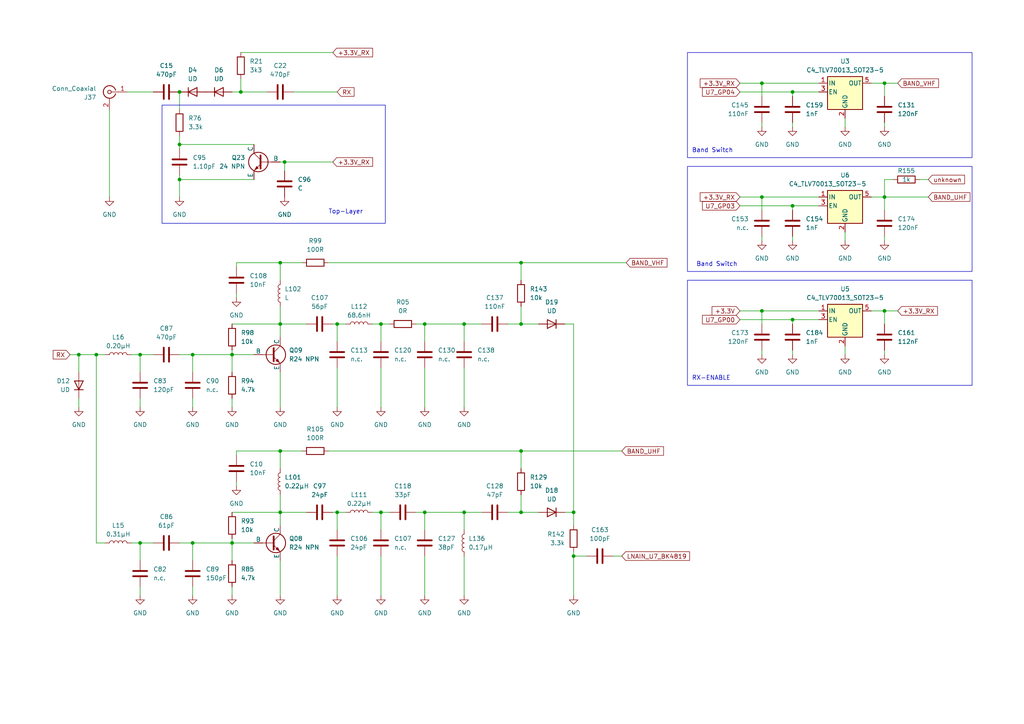
<source format=kicad_sch>
(kicad_sch (version 20230121) (generator eeschema)
  (paper "A4")
  (title_block (title "UV-K5 RX Input (Parts-List-Numbering)") (date "2023-09-15") (rev "ludwich") (comment 2 "https://github.com/ludwich66/Quansheng_UV-K5_Wiki/wiki/Parts---Teile") (comment 3 "Partnumber List"))
  (lib_symbols
    (symbol "Connector:Conn_Coaxial" (pin_names (offset 1.016) hide)
      (property "Reference" "J" (at 0.254 3.048 0))
      (property "Value" "Conn_Coaxial" (at 2.921 0 90))
      (symbol "Conn_Coaxial_0_1"
        (arc (start -1.778 -0.508) (mid 0.2311 -1.8066) (end 1.778 0) (stroke (width 0.254)))
        (polyline (pts (xy -2.54 0) (xy -0.508 0)))
        (polyline (pts (xy 0 -2.54) (xy 0 -1.778)))
        (circle (center 0 0) (radius 0.508) (stroke (width 0.2032)))
        (arc (start 1.778 0) (mid 0.2099 1.8101) (end -1.778 0.508) (stroke (width 0.254)))
      )
      (symbol "Conn_Coaxial_1_1"
        (pin passive line (at -5.08 0 0) (length 2.54) (name "In") (number "1"))
        (pin passive line (at 0 -5.08 90) (length 2.54) (name "Ext") (number "2"))
      )
    )
    (symbol "Device:C" (pin_numbers hide) (pin_names (offset 0.254))
      (property "Reference" "C" (at 0.635 2.54 0))
      (property "Value" "C" (at 0.635 -2.54 0))
      (symbol "C_0_1"
        (polyline (pts (xy -2.032 -0.762) (xy 2.032 -0.762)) (stroke (width 0.508)))
        (polyline (pts (xy -2.032 0.762) (xy 2.032 0.762)) (stroke (width 0.508)))
      )
      (symbol "C_1_1"
        (pin passive line (at 0 3.81 270) (length 2.794) (name "~") (number "1"))
        (pin passive line (at 0 -3.81 90) (length 2.794) (name "~") (number "2"))
      )
    )
    (symbol "Device:D" (pin_numbers hide) (pin_names (offset 1.016) hide)
      (property "Reference" "D" (at 0 2.54 0))
      (property "Value" "D" (at 0 -2.54 0))
      (symbol "D_0_1"
        (polyline (pts (xy -1.27 1.27) (xy -1.27 -1.27)) (stroke (width 0.254)))
        (polyline (pts (xy 1.27 0) (xy -1.27 0)))
        (polyline (pts (xy 1.27 1.27) (xy 1.27 -1.27) (xy -1.27 0) (xy 1.27 1.27)) (stroke (width 0.254)))
      )
      (symbol "D_1_1"
        (pin passive line (at -3.81 0 0) (length 2.54) (name "K") (number "1"))
        (pin passive line (at 3.81 0 180) (length 2.54) (name "A") (number "2"))
      )
    )
    (symbol "Device:L" (pin_numbers hide) (pin_names (offset 1.016) hide)
      (property "Reference" "L" (at -1.27 0 90))
      (property "Value" "L" (at 1.905 0 90))
      (symbol "L_0_1"
        (arc (start 0 -2.54) (mid 0.6323 -1.905) (end 0 -1.27))
        (arc (start 0 -1.27) (mid 0.6323 -0.635) (end 0 0))
        (arc (start 0 0) (mid 0.6323 0.635) (end 0 1.27))
        (arc (start 0 1.27) (mid 0.6323 1.905) (end 0 2.54))
      )
      (symbol "L_1_1"
        (pin passive line (at 0 3.81 270) (length 1.27) (name "1") (number "1"))
        (pin passive line (at 0 -3.81 90) (length 1.27) (name "2") (number "2"))
      )
    )
    (symbol "Device:R" (pin_numbers hide) (pin_names (offset 0))
      (property "Reference" "R" (at 2.032 0 90))
      (property "Value" "R" (at 0 0 90))
      (symbol "R_0_1"
        (rectangle (start -1.016 -2.54) (end 1.016 2.54) (stroke (width 0.254)))
      )
      (symbol "R_1_1"
        (pin passive line (at 0 3.81 270) (length 1.27) (name "~") (number "1"))
        (pin passive line (at 0 -3.81 90) (length 1.27) (name "~") (number "2"))
      )
    )
    (symbol "Regulator_Linear:TLV70013_SOT23-5" (pin_names (offset 0.254))
      (property "Reference" "U" (at -3.81 5.715 0))
      (property "Value" "TLV70013_SOT23-5" (at 0 5.715 0))
      (symbol "TLV70013_SOT23-5_0_1"
        (rectangle (start -5.08 4.445) (end 5.08 -5.08) (stroke (width 0.254)) (fill (type background)))
      )
      (symbol "TLV70013_SOT23-5_1_1"
        (pin power_in line (at -7.62 2.54 0) (length 2.54) (name "IN") (number "1"))
        (pin power_in line (at 0 -7.62 90) (length 2.54) (name "GND") (number "2"))
        (pin input line (at -7.62 0 0) (length 2.54) (name "EN") (number "3"))
        (pin no_connect line (at 5.08 0 180) (length 2.54) hide (name "NC") (number "4"))
        (pin power_out line (at 7.62 2.54 180) (length 2.54) (name "OUT") (number "5"))
      )
    )
    (symbol "Simulation_SPICE:NPN" (pin_numbers hide) (pin_names (offset 0))
      (property "Reference" "Q" (at -2.54 7.62 0))
      (property "Value" "NPN" (at -2.54 5.08 0))
      (symbol "NPN_0_1"
        (polyline (pts (xy -2.54 0) (xy 0.635 0)) (stroke (width 0.1524)))
        (polyline (pts (xy 0.635 0.635) (xy 2.54 2.54)))
        (polyline (pts (xy 2.794 -1.27) (xy 2.794 -1.27)) (stroke (width 0.1524)))
        (polyline (pts (xy 2.794 -1.27) (xy 2.794 -1.27)) (stroke (width 0.1524)))
        (polyline (pts (xy 0.635 -0.635) (xy 2.54 -2.54) (xy 2.54 -2.54)))
        (polyline (pts (xy 0.635 1.905) (xy 0.635 -1.905) (xy 0.635 -1.905)) (stroke (width 0.508)))
        (polyline (pts (xy 1.27 -1.778) (xy 1.778 -1.27) (xy 2.286 -2.286) (xy 1.27 -1.778) (xy 1.27 -1.778)) (fill (type outline)))
        (circle (center 1.27 0) (radius 2.8194) (stroke (width 0.254)))
      )
      (symbol "NPN_1_1"
        (pin open_collector line (at 2.54 5.08 270) (length 2.54) (name "C") (number "1"))
        (pin input line (at -5.08 0 0) (length 2.54) (name "B") (number "2"))
        (pin open_emitter line (at 2.54 -5.08 90) (length 2.54) (name "E") (number "3"))
      )
    )
    (symbol "power:GND" (power) (pin_names (offset 0))
      (property "Value" "GND" (at 0 -3.81 0))
      (symbol "GND_0_1"
        (polyline (pts (xy 0 0) (xy 0 -1.27) (xy 1.27 -1.27) (xy 0 -2.54) (xy -1.27 -1.27) (xy 0 -1.27)))
      )
      (symbol "GND_1_1"
        (pin power_in line (at 0 0 270) (length 0) hide (name "GND") (number "1"))
      )
    )
  )
  (junction (at 67.31 102.87))
  (junction (at 97.79 93.98))
  (junction (at 82.55 46.99))
  (junction (at 220.98 57.15))
  (junction (at 166.37 161.29))
  (junction (at 166.37 148.59))
  (junction (at 151.13 76.2))
  (junction (at 81.28 93.98))
  (junction (at 40.64 157.48))
  (junction (at 229.87 59.69))
  (junction (at 256.54 90.17))
  (junction (at 220.98 90.17))
  (junction (at 134.62 93.98))
  (junction (at 151.13 93.98))
  (junction (at 81.28 76.2))
  (junction (at 22.86 102.87))
  (junction (at 52.07 26.67))
  (junction (at 123.19 93.98))
  (junction (at 67.31 157.48))
  (junction (at 229.87 92.71))
  (junction (at 151.13 148.59))
  (junction (at 52.07 52.07))
  (junction (at 220.98 24.13))
  (junction (at 81.28 148.59))
  (junction (at 97.79 148.59))
  (junction (at 55.88 157.48))
  (junction (at 256.54 24.13))
  (junction (at 69.85 26.67))
  (junction (at 151.13 130.81))
  (junction (at 110.49 148.59))
  (junction (at 27.94 102.87))
  (junction (at 40.64 102.87))
  (junction (at 52.07 41.91))
  (junction (at 256.54 57.15))
  (junction (at 55.88 102.87))
  (junction (at 110.49 93.98))
  (junction (at 134.62 148.59))
  (junction (at 81.28 130.81))
  (junction (at 229.87 26.67))
  (junction (at 123.19 148.59))
  (wire (pts (xy 163.83 93.98) (xy 166.37 93.98)))
  (wire (pts (xy 252.73 24.13) (xy 256.54 24.13)))
  (wire (pts (xy 81.28 130.81) (xy 81.28 135.89)))
  (wire (pts (xy 22.86 115.57) (xy 22.86 118.11)))
  (wire (pts (xy 67.31 157.48) (xy 67.31 156.21)))
  (wire (pts (xy 220.98 24.13) (xy 237.49 24.13)))
  (wire (pts (xy 229.87 68.58) (xy 229.87 69.85)))
  (wire (pts (xy 245.11 34.29) (xy 245.11 36.83)))
  (wire (pts (xy 151.13 130.81) (xy 180.34 130.81)))
  (wire (pts (xy 36.83 26.67) (xy 44.45 26.67)))
  (wire (pts (xy 95.25 76.2) (xy 151.13 76.2)))
  (wire (pts (xy 229.87 92.71) (xy 237.49 92.71)))
  (wire (pts (xy 69.85 15.24) (xy 96.52 15.24)))
  (wire (pts (xy 96.52 93.98) (xy 97.79 93.98)))
  (wire (pts (xy 81.28 93.98) (xy 81.28 97.79)))
  (wire (pts (xy 81.28 88.9) (xy 81.28 93.98)))
  (wire (pts (xy 96.52 148.59) (xy 97.79 148.59)))
  (wire (pts (xy 52.07 41.91) (xy 52.07 43.18)))
  (wire (pts (xy 220.98 90.17) (xy 237.49 90.17)))
  (wire (pts (xy 151.13 88.9) (xy 151.13 93.98)))
  (wire (pts (xy 256.54 68.58) (xy 256.54 69.85)))
  (wire (pts (xy 67.31 102.87) (xy 67.31 101.6)))
  (wire (pts (xy 220.98 93.98) (xy 220.98 90.17)))
  (wire (pts (xy 163.83 148.59) (xy 166.37 148.59)))
  (wire (pts (xy 166.37 148.59) (xy 166.37 152.4)))
  (wire (pts (xy 22.86 102.87) (xy 22.86 107.95)))
  (wire (pts (xy 256.54 90.17) (xy 256.54 93.98)))
  (wire (pts (xy 107.95 148.59) (xy 110.49 148.59)))
  (wire (pts (xy 220.98 57.15) (xy 237.49 57.15)))
  (wire (pts (xy 81.28 143.51) (xy 81.28 148.59)))
  (wire (pts (xy 81.28 148.59) (xy 88.9 148.59)))
  (wire (pts (xy 97.79 93.98) (xy 100.33 93.98)))
  (wire (pts (xy 95.25 130.81) (xy 151.13 130.81)))
  (wire (pts (xy 52.07 50.8) (xy 52.07 52.07)))
  (wire (pts (xy 229.87 92.71) (xy 229.87 93.98)))
  (wire (pts (xy 55.88 157.48) (xy 67.31 157.48)))
  (wire (pts (xy 110.49 161.29) (xy 110.49 172.72)))
  (wire (pts (xy 107.95 93.98) (xy 110.49 93.98)))
  (wire (pts (xy 82.55 46.99) (xy 82.55 49.53)))
  (wire (pts (xy 256.54 57.15) (xy 256.54 60.96)))
  (wire (pts (xy 67.31 102.87) (xy 73.66 102.87)))
  (wire (pts (xy 40.64 102.87) (xy 40.64 107.95)))
  (wire (pts (xy 123.19 148.59) (xy 134.62 148.59)))
  (wire (pts (xy 229.87 26.67) (xy 229.87 27.94)))
  (wire (pts (xy 214.63 90.17) (xy 220.98 90.17)))
  (wire (pts (xy 68.58 139.7) (xy 68.58 140.97)))
  (wire (pts (xy 256.54 24.13) (xy 256.54 27.94)))
  (wire (pts (xy 40.64 157.48) (xy 40.64 162.56)))
  (wire (pts (xy 123.19 93.98) (xy 134.62 93.98)))
  (wire (pts (xy 22.86 102.87) (xy 27.94 102.87)))
  (wire (pts (xy 40.64 170.18) (xy 40.64 172.72)))
  (wire (pts (xy 40.64 157.48) (xy 44.45 157.48)))
  (wire (pts (xy 134.62 148.59) (xy 134.62 153.67)))
  (wire (pts (xy 220.98 68.58) (xy 220.98 69.85)))
  (wire (pts (xy 123.19 106.68) (xy 123.19 118.11)))
  (wire (pts (xy 214.63 26.67) (xy 229.87 26.67)))
  (wire (pts (xy 110.49 106.68) (xy 110.49 118.11)))
  (wire (pts (xy 123.19 148.59) (xy 123.19 153.67)))
  (wire (pts (xy 67.31 170.18) (xy 67.31 172.72)))
  (wire (pts (xy 69.85 26.67) (xy 77.47 26.67)))
  (wire (pts (xy 120.65 93.98) (xy 123.19 93.98)))
  (wire (pts (xy 151.13 143.51) (xy 151.13 148.59)))
  (wire (pts (xy 151.13 148.59) (xy 156.21 148.59)))
  (wire (pts (xy 55.88 115.57) (xy 55.88 118.11)))
  (wire (pts (xy 110.49 93.98) (xy 113.03 93.98)))
  (wire (pts (xy 55.88 170.18) (xy 55.88 172.72)))
  (wire (pts (xy 110.49 93.98) (xy 110.49 99.06)))
  (wire (pts (xy 55.88 102.87) (xy 67.31 102.87)))
  (wire (pts (xy 229.87 35.56) (xy 229.87 36.83)))
  (wire (pts (xy 69.85 22.86) (xy 69.85 26.67)))
  (wire (pts (xy 40.64 102.87) (xy 44.45 102.87)))
  (wire (pts (xy 81.28 76.2) (xy 81.28 81.28)))
  (wire (pts (xy 40.64 115.57) (xy 40.64 118.11)))
  (wire (pts (xy 220.98 35.56) (xy 220.98 36.83)))
  (wire (pts (xy 166.37 148.59) (xy 166.37 93.98)))
  (wire (pts (xy 97.79 148.59) (xy 100.33 148.59)))
  (wire (pts (xy 252.73 90.17) (xy 256.54 90.17)))
  (wire (pts (xy 81.28 162.56) (xy 81.28 172.72)))
  (wire (pts (xy 97.79 93.98) (xy 97.79 99.06)))
  (wire (pts (xy 256.54 52.07) (xy 256.54 57.15)))
  (wire (pts (xy 220.98 101.6) (xy 220.98 102.87)))
  (wire (pts (xy 97.79 106.68) (xy 97.79 118.11)))
  (wire (pts (xy 256.54 35.56) (xy 256.54 36.83)))
  (wire (pts (xy 85.09 26.67) (xy 97.79 26.67)))
  (wire (pts (xy 52.07 102.87) (xy 55.88 102.87)))
  (wire (pts (xy 147.32 148.59) (xy 151.13 148.59)))
  (wire (pts (xy 151.13 76.2) (xy 181.61 76.2)))
  (wire (pts (xy 68.58 85.09) (xy 68.58 86.36)))
  (wire (pts (xy 97.79 161.29) (xy 97.79 172.72)))
  (wire (pts (xy 110.49 148.59) (xy 110.49 153.67)))
  (wire (pts (xy 67.31 148.59) (xy 81.28 148.59)))
  (wire (pts (xy 134.62 93.98) (xy 139.7 93.98)))
  (wire (pts (xy 214.63 92.71) (xy 229.87 92.71)))
  (wire (pts (xy 151.13 76.2) (xy 151.13 81.28)))
  (wire (pts (xy 134.62 161.29) (xy 134.62 172.72)))
  (wire (pts (xy 214.63 57.15) (xy 220.98 57.15)))
  (wire (pts (xy 134.62 148.59) (xy 139.7 148.59)))
  (wire (pts (xy 256.54 90.17) (xy 260.35 90.17)))
  (wire (pts (xy 67.31 26.67) (xy 69.85 26.67)))
  (wire (pts (xy 52.07 52.07) (xy 73.66 52.07)))
  (wire (pts (xy 110.49 148.59) (xy 113.03 148.59)))
  (wire (pts (xy 81.28 107.95) (xy 81.28 118.11)))
  (wire (pts (xy 220.98 27.94) (xy 220.98 24.13)))
  (wire (pts (xy 245.11 67.31) (xy 245.11 69.85)))
  (wire (pts (xy 256.54 57.15) (xy 269.24 57.15)))
  (wire (pts (xy 266.7 52.07) (xy 269.24 52.07)))
  (wire (pts (xy 134.62 106.68) (xy 134.62 118.11)))
  (wire (pts (xy 68.58 130.81) (xy 68.58 132.08)))
  (wire (pts (xy 229.87 59.69) (xy 229.87 60.96)))
  (wire (pts (xy 52.07 39.37) (xy 52.07 41.91)))
  (wire (pts (xy 67.31 93.98) (xy 81.28 93.98)))
  (wire (pts (xy 252.73 57.15) (xy 256.54 57.15)))
  (wire (pts (xy 81.28 148.59) (xy 81.28 152.4)))
  (wire (pts (xy 81.28 130.81) (xy 68.58 130.81)))
  (wire (pts (xy 220.98 60.96) (xy 220.98 57.15)))
  (wire (pts (xy 55.88 157.48) (xy 55.88 162.56)))
  (wire (pts (xy 214.63 24.13) (xy 220.98 24.13)))
  (wire (pts (xy 52.07 26.67) (xy 52.07 31.75)))
  (wire (pts (xy 166.37 161.29) (xy 170.18 161.29)))
  (wire (pts (xy 67.31 102.87) (xy 67.31 107.95)))
  (wire (pts (xy 67.31 157.48) (xy 67.31 162.56)))
  (wire (pts (xy 123.19 161.29) (xy 123.19 172.72)))
  (wire (pts (xy 52.07 41.91) (xy 73.66 41.91)))
  (wire (pts (xy 81.28 46.99) (xy 82.55 46.99)))
  (wire (pts (xy 256.54 101.6) (xy 256.54 102.87)))
  (wire (pts (xy 166.37 160.02) (xy 166.37 161.29)))
  (wire (pts (xy 67.31 115.57) (xy 67.31 118.11)))
  (wire (pts (xy 81.28 93.98) (xy 88.9 93.98)))
  (wire (pts (xy 97.79 148.59) (xy 97.79 153.67)))
  (wire (pts (xy 40.64 157.48) (xy 38.1 157.48)))
  (wire (pts (xy 55.88 102.87) (xy 55.88 107.95)))
  (wire (pts (xy 229.87 59.69) (xy 237.49 59.69)))
  (wire (pts (xy 120.65 148.59) (xy 123.19 148.59)))
  (wire (pts (xy 147.32 93.98) (xy 151.13 93.98)))
  (wire (pts (xy 27.94 102.87) (xy 27.94 157.48)))
  (wire (pts (xy 52.07 52.07) (xy 52.07 57.15)))
  (wire (pts (xy 27.94 157.48) (xy 30.48 157.48)))
  (wire (pts (xy 40.64 102.87) (xy 38.1 102.87)))
  (wire (pts (xy 256.54 24.13) (xy 260.35 24.13)))
  (wire (pts (xy 87.63 130.81) (xy 81.28 130.81)))
  (wire (pts (xy 67.31 157.48) (xy 73.66 157.48)))
  (wire (pts (xy 214.63 59.69) (xy 229.87 59.69)))
  (wire (pts (xy 81.28 76.2) (xy 68.58 76.2)))
  (wire (pts (xy 229.87 101.6) (xy 229.87 102.87)))
  (wire (pts (xy 20.32 102.87) (xy 22.86 102.87)))
  (wire (pts (xy 177.8 161.29) (xy 180.34 161.29)))
  (wire (pts (xy 151.13 130.81) (xy 151.13 135.89)))
  (wire (pts (xy 87.63 76.2) (xy 81.28 76.2)))
  (wire (pts (xy 259.08 52.07) (xy 256.54 52.07)))
  (wire (pts (xy 52.07 157.48) (xy 55.88 157.48)))
  (wire (pts (xy 166.37 161.29) (xy 166.37 172.72)))
  (wire (pts (xy 123.19 93.98) (xy 123.19 99.06)))
  (wire (pts (xy 31.75 31.75) (xy 31.75 57.15)))
  (wire (pts (xy 229.87 26.67) (xy 237.49 26.67)))
  (wire (pts (xy 27.94 102.87) (xy 30.48 102.87)))
  (wire (pts (xy 68.58 76.2) (xy 68.58 77.47)))
  (wire (pts (xy 82.55 46.99) (xy 96.52 46.99)))
  (wire (pts (xy 134.62 93.98) (xy 134.62 99.06)))
  (wire (pts (xy 245.11 100.33) (xy 245.11 102.87)))
  (wire (pts (xy 151.13 93.98) (xy 156.21 93.98)))
  (rectangle (start 199.39 48.26) (end 281.94 78.74))
  (rectangle (start 199.39 15.24) (end 281.94 45.72))
  (rectangle (start 199.39 81.28) (end 281.94 111.76))
  (rectangle (start 46.99 30.48) (end 111.76 64.77))
  (text "Band Switch" (at 200.66 44.45 0) (effects (font (size 1.27 1.27)) (justify left bottom)))
  (text "Band Switch" (at 201.93 77.47 0) (effects (font (size 1.27 1.27)) (justify left bottom)))
  (text "Top-Layer" (at 95.25 62.23 0) (effects (font (size 1.27 1.27)) (justify left bottom)))
  (text "RX-ENABLE" (at 200.66 110.49 0) (effects (font (size 1.27 1.27)) (justify left bottom)))
  (global_label "LNAIN_U7_BK4819" (shape input) (at 180.34 161.29 0) (property "Intersheetrefs" "${INTERSHEET_REFS}" (at 200.5609 161.29 0) (effects (justify left))))
  (global_label "+3.3V_RX" (shape input) (at 214.63 57.15 180) (property "Intersheetrefs" "${INTERSHEET_REFS}" (at 202.5129 57.15 0) (effects (justify right))))
  (global_label "+3.3V_RX" (shape input) (at 96.52 46.99 0) (property "Intersheetrefs" "${INTERSHEET_REFS}" (at 108.6371 46.99 0) (effects (justify left))))
  (global_label "+3.3V_RX" (shape input) (at 260.35 90.17 0) (property "Intersheetrefs" "${INTERSHEET_REFS}" (at 272.4671 90.17 0) (effects (justify left))))
  (global_label "+3.3V_RX" (shape input) (at 214.63 24.13 180) (property "Intersheetrefs" "${INTERSHEET_REFS}" (at 202.5129 24.13 0) (effects (justify right))))
  (global_label "BAND_UHF" (shape input) (at 269.24 57.15 0) (property "Intersheetrefs" "${INTERSHEET_REFS}" (at 281.9015 57.15 0) (effects (justify left))))
  (global_label "BAND_VHF" (shape input) (at 260.35 24.13 0) (property "Intersheetrefs" "${INTERSHEET_REFS}" (at 272.7696 24.13 0) (effects (justify left))))
  (global_label "RX" (shape input) (at 97.79 26.67 0) (property "Intersheetrefs" "${INTERSHEET_REFS}" (at 103.2547 26.67 0) (effects (justify left))))
  (global_label "U7_GP03" (shape input) (at 214.63 59.69 180) (property "Intersheetrefs" "${INTERSHEET_REFS}" (at 203.1782 59.69 0) (effects (justify right))))
  (global_label "U7_GP00" (shape input) (at 214.63 92.71 180) (property "Intersheetrefs" "${INTERSHEET_REFS}" (at 203.1782 92.71 0) (effects (justify right))))
  (global_label "+3.3V" (shape input) (at 214.63 90.17 180) (property "Intersheetrefs" "${INTERSHEET_REFS}" (at 205.96 90.17 0) (effects (justify right))))
  (global_label "unknown" (shape input) (at 269.24 52.07 0) (property "Intersheetrefs" "${INTERSHEET_REFS}" (at 280.3288 52.07 0) (effects (justify left))))
  (global_label "+3.3V_RX" (shape input) (at 96.52 15.24 0) (property "Intersheetrefs" "${INTERSHEET_REFS}" (at 108.6371 15.24 0) (effects (justify left))))
  (global_label "BAND_VHF" (shape input) (at 181.61 76.2 0) (property "Intersheetrefs" "${INTERSHEET_REFS}" (at 194.0296 76.2 0) (effects (justify left))))
  (global_label "RX" (shape input) (at 20.32 102.87 180) (property "Intersheetrefs" "${INTERSHEET_REFS}" (at 14.8553 102.87 0) (effects (justify right))))
  (global_label "U7_GP04" (shape input) (at 214.63 26.67 180) (property "Intersheetrefs" "${INTERSHEET_REFS}" (at 203.1782 26.67 0) (effects (justify right))))
  (global_label "BAND_UHF" (shape input) (at 180.34 130.81 0) (property "Intersheetrefs" "${INTERSHEET_REFS}" (at 193.0015 130.81 0) (effects (justify left))))
  (symbol (lib_id "Device:C") (at 55.88 166.37 0) (unit 1)
    (property "Reference" "C89" (at 59.69 165.1 0) (effects (justify left)))
    (property "Value" "150pF" (at 59.69 167.64 0) (effects (justify left)))
  )
  (symbol (lib_id "Device:C") (at 48.26 26.67 90) (unit 1)
    (property "Reference" "C15" (at 48.26 19.05 90))
    (property "Value" "470pF" (at 48.26 21.59 90))
  )
  (symbol (lib_id "power:GND") (at 97.79 118.11 0) (unit 1)
    (property "Reference" "#PWR0130" (effects hide))
    (property "Value" "GND" (at 97.79 123.19 0))
  )
  (symbol (lib_id "Device:D") (at 63.5 26.67 0) (unit 1)
    (property "Reference" "D6" (at 63.5 20.32 0))
    (property "Value" "UD" (at 63.5 22.86 0))
    (property "Sim.Device" "D" (effects hide))
    (property "Sim.Pins" "1=K 2=A" (effects hide))
  )
  (symbol (lib_id "Device:C") (at 52.07 46.99 0) (unit 1)
    (property "Reference" "C95" (at 55.88 45.72 0) (effects (justify left)))
    (property "Value" "1.10pF" (at 55.88 48.26 0) (effects (justify left)))
  )
  (symbol (lib_id "Device:C") (at 256.54 97.79 180) (unit 1)
    (property "Reference" "C161" (at 260.35 96.52 0) (effects (justify right)))
    (property "Value" "112nF" (at 260.35 99.06 0) (effects (justify right)))
  )
  (symbol (lib_id "Device:R") (at 262.89 52.07 90) (unit 1)
    (property "Reference" "R155" (at 262.89 49.53 90))
    (property "Value" "1k" (at 262.89 52.07 90))
  )
  (symbol (lib_id "power:GND") (at 256.54 102.87 0) (unit 1)
    (property "Reference" "#PWR0123" (effects hide))
    (property "Value" "GND" (at 256.54 107.95 0))
  )
  (symbol (lib_id "power:GND") (at 52.07 57.15 0) (unit 1)
    (property "Reference" "#PWR0109" (effects hide))
    (property "Value" "GND" (at 52.07 62.23 0))
  )
  (symbol (lib_id "Device:R") (at 52.07 35.56 0) (unit 1)
    (property "Reference" "R76" (at 54.61 34.29 0) (effects (justify left)))
    (property "Value" "3.3k" (at 54.61 36.83 0) (effects (justify left)))
  )
  (symbol (lib_id "power:GND") (at 256.54 69.85 0) (unit 1)
    (property "Reference" "#PWR0119" (effects hide))
    (property "Value" "GND" (at 256.54 74.93 0))
  )
  (symbol (lib_id "Device:C") (at 220.98 64.77 0) (mirror x) (unit 1)
    (property "Reference" "C153" (at 217.17 63.5 0) (effects (justify right)))
    (property "Value" "n.c." (at 217.17 66.04 0) (effects (justify right)))
  )
  (symbol (lib_id "Device:R") (at 67.31 111.76 0) (unit 1)
    (property "Reference" "R94" (at 69.85 110.49 0) (effects (justify left)))
    (property "Value" "4.7k" (at 69.85 113.03 0) (effects (justify left)))
  )
  (symbol (lib_id "Device:L") (at 104.14 93.98 90) (unit 1)
    (property "Reference" "L112" (at 104.14 88.9 90))
    (property "Value" "68.6nH" (at 104.14 91.44 90))
  )
  (symbol (lib_id "Device:L") (at 134.62 157.48 180) (unit 1)
    (property "Reference" "L136" (at 135.89 156.21 0) (effects (justify right)))
    (property "Value" "0.17µH" (at 135.89 158.75 0) (effects (justify right)))
  )
  (symbol (lib_id "power:GND") (at 229.87 102.87 0) (unit 1)
    (property "Reference" "#PWR0121" (effects hide))
    (property "Value" "GND" (at 229.87 107.95 0))
  )
  (symbol (lib_id "Device:C") (at 97.79 157.48 0) (unit 1)
    (property "Reference" "C106" (at 101.6 156.21 0) (effects (justify left)))
    (property "Value" "24pF" (at 101.6 158.75 0) (effects (justify left)))
  )
  (symbol (lib_id "Regulator_Linear:TLV70013_SOT23-5") (at 245.11 59.69 0) (unit 1)
    (property "Reference" "U6" (at 245.11 50.8 0))
    (property "Value" "C4_TLV70013_SOT23-5" (at 240.03 53.34 0))
    (property "Footprint" "Package_TO_SOT_SMD:SOT-23-5" (effects hide))
    (property "Datasheet" "http://www.ti.com/lit/ds/symlink/tlv700.pdf" (effects hide))
  )
  (symbol (lib_id "Device:C") (at 143.51 93.98 90) (unit 1)
    (property "Reference" "C137" (at 143.51 86.36 90))
    (property "Value" "110nF" (at 143.51 88.9 90))
  )
  (symbol (lib_id "power:GND") (at 134.62 118.11 0) (unit 1)
    (property "Reference" "#PWR0133" (effects hide))
    (property "Value" "GND" (at 134.62 123.19 0))
  )
  (symbol (lib_id "Regulator_Linear:TLV70013_SOT23-5") (at 245.11 26.67 0) (unit 1)
    (property "Reference" "U3" (at 245.11 17.78 0))
    (property "Value" "C4_TLV70013_SOT23-5" (at 245.11 20.32 0))
    (property "Footprint" "Package_TO_SOT_SMD:SOT-23-5" (effects hide))
    (property "Datasheet" "http://www.ti.com/lit/ds/symlink/tlv700.pdf" (effects hide))
  )
  (symbol (lib_id "power:GND") (at 40.64 118.11 0) (unit 1)
    (property "Reference" "#PWR0126" (effects hide))
    (property "Value" "GND" (at 40.64 123.19 0))
  )
  (symbol (lib_id "power:GND") (at 81.28 172.72 0) (unit 1)
    (property "Reference" "#PWR0138" (effects hide))
    (property "Value" "GND" (at 81.28 177.8 0))
  )
  (symbol (lib_id "Simulation_SPICE:NPN") (at 76.2 46.99 0) (mirror y) (unit 1)
    (property "Reference" "Q23" (at 71.12 45.72 0) (effects (justify left)))
    (property "Value" "24 NPN" (at 71.12 48.26 0) (effects (justify left)))
    (property "Sim.Device" "NPN" (effects hide))
    (property "Sim.Type" "GUMMELPOON" (effects hide))
    (property "Sim.Pins" "1=C 2=B 3=E" (effects hide))
  )
  (symbol (lib_id "power:GND") (at 245.11 69.85 0) (unit 1)
    (property "Reference" "#PWR0118" (effects hide))
    (property "Value" "GND" (at 245.11 74.93 0))
  )
  (symbol (lib_id "Device:C") (at 116.84 148.59 90) (unit 1)
    (property "Reference" "C118" (at 116.84 140.97 90))
    (property "Value" "33pF" (at 116.84 143.51 90))
  )
  (symbol (lib_id "power:GND") (at 245.11 36.83 0) (unit 1)
    (property "Reference" "#PWR0112" (effects hide))
    (property "Value" "GND" (at 245.11 41.91 0))
  )
  (symbol (lib_id "Device:C") (at 92.71 148.59 90) (unit 1)
    (property "Reference" "C97" (at 92.71 140.97 90))
    (property "Value" "24pF" (at 92.71 143.51 90))
  )
  (symbol (lib_id "Device:C") (at 110.49 157.48 0) (unit 1)
    (property "Reference" "C107" (at 114.3 156.21 0) (effects (justify left)))
    (property "Value" "n.c." (at 114.3 158.75 0) (effects (justify left)))
  )
  (symbol (lib_id "power:GND") (at 220.98 36.83 0) (unit 1)
    (property "Reference" "#PWR0115" (effects hide))
    (property "Value" "GND" (at 220.98 41.91 0))
  )
  (symbol (lib_id "Device:L") (at 34.29 157.48 90) (unit 1)
    (property "Reference" "L15" (at 34.29 152.4 90))
    (property "Value" "0.31µH" (at 34.29 154.94 90))
  )
  (symbol (lib_id "power:GND") (at 110.49 118.11 0) (unit 1)
    (property "Reference" "#PWR0131" (effects hide))
    (property "Value" "GND" (at 110.49 123.19 0))
  )
  (symbol (lib_id "power:GND") (at 67.31 172.72 0) (unit 1)
    (property "Reference" "#PWR0136" (effects hide))
    (property "Value" "GND" (at 67.31 177.8 0))
  )
  (symbol (lib_id "power:GND") (at 82.55 57.15 0) (unit 1)
    (property "Reference" "#PWR0110" (effects hide))
    (property "Value" "GND" (at 82.55 62.23 0))
  )
  (symbol (lib_id "power:GND") (at 22.86 118.11 0) (unit 1)
    (property "Reference" "#PWR0124" (effects hide))
    (property "Value" "GND" (at 22.86 123.19 0))
  )
  (symbol (lib_id "power:GND") (at 220.98 69.85 0) (unit 1)
    (property "Reference" "#PWR0116" (effects hide))
    (property "Value" "GND" (at 220.98 74.93 0))
  )
  (symbol (lib_id "Device:C") (at 48.26 102.87 90) (unit 1)
    (property "Reference" "C87" (at 48.26 95.25 90))
    (property "Value" "470pF" (at 48.26 97.79 90))
  )
  (symbol (lib_id "Device:C") (at 110.49 102.87 0) (unit 1)
    (property "Reference" "C120" (at 114.3 101.6 0) (effects (justify left)))
    (property "Value" "n.c." (at 114.3 104.14 0) (effects (justify left)))
  )
  (symbol (lib_id "power:GND") (at 55.88 118.11 0) (unit 1)
    (property "Reference" "#PWR0127" (effects hide))
    (property "Value" "GND" (at 55.88 123.19 0))
  )
  (symbol (lib_id "power:GND") (at 68.58 140.97 0) (unit 1)
    (property "Reference" "#PWR0137" (effects hide))
    (property "Value" "GND" (at 68.58 146.05 0))
  )
  (symbol (lib_id "Device:C") (at 229.87 31.75 180) (unit 1)
    (property "Reference" "C159" (at 233.68 30.48 0) (effects (justify right)))
    (property "Value" "1nF" (at 233.68 33.02 0) (effects (justify right)))
  )
  (symbol (lib_id "Device:C") (at 256.54 31.75 180) (unit 1)
    (property "Reference" "C131" (at 260.35 30.48 0) (effects (justify right)))
    (property "Value" "120nF" (at 260.35 33.02 0) (effects (justify right)))
  )
  (symbol (lib_id "Device:C") (at 55.88 111.76 0) (unit 1)
    (property "Reference" "C90" (at 59.69 110.49 0) (effects (justify left)))
    (property "Value" "n.c." (at 59.69 113.03 0) (effects (justify left)))
  )
  (symbol (lib_id "Device:R") (at 151.13 85.09 0) (unit 1)
    (property "Reference" "R143" (at 153.67 83.82 0) (effects (justify left)))
    (property "Value" "10k" (at 153.67 86.36 0) (effects (justify left)))
  )
  (symbol (lib_id "Device:C") (at 40.64 166.37 0) (unit 1)
    (property "Reference" "C82" (at 44.45 165.1 0) (effects (justify left)))
    (property "Value" "n.c." (at 44.45 167.64 0) (effects (justify left)))
  )
  (symbol (lib_id "Device:R") (at 91.44 130.81 90) (unit 1)
    (property "Reference" "R105" (at 91.44 124.46 90))
    (property "Value" "100R" (at 91.44 127 90))
  )
  (symbol (lib_id "power:GND") (at 81.28 118.11 0) (unit 1)
    (property "Reference" "#PWR0129" (effects hide))
    (property "Value" "GND" (at 81.28 123.19 0))
  )
  (symbol (lib_id "Device:C") (at 220.98 31.75 0) (mirror x) (unit 1)
    (property "Reference" "C145" (at 217.17 30.48 0) (effects (justify right)))
    (property "Value" "110nF" (at 217.17 33.02 0) (effects (justify right)))
  )
  (symbol (lib_id "Device:R") (at 69.85 19.05 0) (unit 1)
    (property "Reference" "R21" (at 72.39 17.78 0) (effects (justify left)))
    (property "Value" "3k3" (at 72.39 20.32 0) (effects (justify left)))
  )
  (symbol (lib_id "power:GND") (at 166.37 172.72 0) (unit 1)
    (property "Reference" "#PWR0143" (effects hide))
    (property "Value" "GND" (at 166.37 177.8 0))
  )
  (symbol (lib_id "Device:C") (at 123.19 102.87 0) (unit 1)
    (property "Reference" "C130" (at 127 101.6 0) (effects (justify left)))
    (property "Value" "n.c." (at 127 104.14 0) (effects (justify left)))
  )
  (symbol (lib_id "Device:D") (at 55.88 26.67 0) (unit 1)
    (property "Reference" "D4" (at 55.88 20.32 0))
    (property "Value" "UD" (at 55.88 22.86 0))
    (property "Sim.Device" "D" (effects hide))
    (property "Sim.Pins" "1=K 2=A" (effects hide))
  )
  (symbol (lib_id "Regulator_Linear:TLV70013_SOT23-5") (at 245.11 92.71 0) (unit 1)
    (property "Reference" "U5" (at 245.11 83.82 0))
    (property "Value" "C4_TLV70013_SOT23-5" (at 245.11 86.36 0))
    (property "Footprint" "Package_TO_SOT_SMD:SOT-23-5" (effects hide))
    (property "Datasheet" "http://www.ti.com/lit/ds/symlink/tlv700.pdf" (effects hide))
  )
  (symbol (lib_id "Device:L") (at 81.28 139.7 180) (unit 1)
    (property "Reference" "L101" (at 82.55 138.43 0) (effects (justify right)))
    (property "Value" "0.22µH" (at 82.55 140.97 0) (effects (justify right)))
  )
  (symbol (lib_id "Device:C") (at 220.98 97.79 0) (mirror x) (unit 1)
    (property "Reference" "C173" (at 217.17 96.52 0) (effects (justify right)))
    (property "Value" "120nF" (at 217.17 99.06 0) (effects (justify right)))
  )
  (symbol (lib_id "power:GND") (at 229.87 36.83 0) (unit 1)
    (property "Reference" "#PWR0114" (effects hide))
    (property "Value" "GND" (at 229.87 41.91 0))
  )
  (symbol (lib_id "Simulation_SPICE:NPN") (at 78.74 157.48 0) (unit 1)
    (property "Reference" "Q08" (at 83.82 156.21 0) (effects (justify left)))
    (property "Value" "R24 NPN" (at 83.82 158.75 0) (effects (justify left)))
    (property "Sim.Device" "NPN" (effects hide))
    (property "Sim.Type" "GUMMELPOON" (effects hide))
    (property "Sim.Pins" "1=C 2=B 3=E" (effects hide))
  )
  (symbol (lib_id "Device:D") (at 22.86 111.76 270) (mirror x) (unit 1)
    (property "Reference" "D12" (at 20.32 110.49 90) (effects (justify right)))
    (property "Value" "UD" (at 20.32 113.03 90) (effects (justify right)))
    (property "Sim.Device" "D" (effects hide))
    (property "Sim.Pins" "1=K 2=A" (effects hide))
  )
  (symbol (lib_id "Device:C") (at 68.58 135.89 0) (unit 1)
    (property "Reference" "C10" (at 72.39 134.62 0) (effects (justify left)))
    (property "Value" "10nF" (at 72.39 137.16 0) (effects (justify left)))
  )
  (symbol (lib_id "Device:C") (at 97.79 102.87 0) (unit 1)
    (property "Reference" "C113" (at 101.6 101.6 0) (effects (justify left)))
    (property "Value" "n.c." (at 101.6 104.14 0) (effects (justify left)))
  )
  (symbol (lib_id "power:GND") (at 256.54 36.83 0) (unit 1)
    (property "Reference" "#PWR0113" (effects hide))
    (property "Value" "GND" (at 256.54 41.91 0))
  )
  (symbol (lib_id "power:GND") (at 220.98 102.87 0) (unit 1)
    (property "Reference" "#PWR0120" (effects hide))
    (property "Value" "GND" (at 220.98 107.95 0))
  )
  (symbol (lib_id "Device:C") (at 81.28 26.67 90) (unit 1)
    (property "Reference" "C22" (at 81.28 19.05 90))
    (property "Value" "470pF" (at 81.28 21.59 90))
  )
  (symbol (lib_id "Device:C") (at 229.87 64.77 180) (unit 1)
    (property "Reference" "C154" (at 233.68 63.5 0) (effects (justify right)))
    (property "Value" "1nF" (at 233.68 66.04 0) (effects (justify right)))
  )
  (symbol (lib_id "power:GND") (at 40.64 172.72 0) (unit 1)
    (property "Reference" "#PWR0134" (effects hide))
    (property "Value" "GND" (at 40.64 177.8 0))
  )
  (symbol (lib_id "power:GND") (at 31.75 57.15 0) (unit 1)
    (property "Reference" "#PWR0111" (effects hide))
    (property "Value" "GND" (at 31.75 62.23 0))
  )
  (symbol (lib_id "Device:C") (at 123.19 157.48 0) (unit 1)
    (property "Reference" "C127" (at 127 156.21 0) (effects (justify left)))
    (property "Value" "38pF" (at 127 158.75 0) (effects (justify left)))
  )
  (symbol (lib_id "Device:L") (at 81.28 85.09 180) (unit 1)
    (property "Reference" "L102" (at 82.55 83.82 0) (effects (justify right)))
    (property "Value" "L" (at 82.55 86.36 0) (effects (justify right)))
  )
  (symbol (lib_id "Device:R") (at 91.44 76.2 90) (unit 1)
    (property "Reference" "R99" (at 91.44 69.85 90))
    (property "Value" "100R" (at 91.44 72.39 90))
  )
  (symbol (lib_id "power:GND") (at 55.88 172.72 0) (unit 1)
    (property "Reference" "#PWR0135" (effects hide))
    (property "Value" "GND" (at 55.88 177.8 0))
  )
  (symbol (lib_id "power:GND") (at 110.49 172.72 0) (unit 1)
    (property "Reference" "#PWR0140" (effects hide))
    (property "Value" "GND" (at 110.49 177.8 0))
  )
  (symbol (lib_id "power:GND") (at 97.79 172.72 0) (unit 1)
    (property "Reference" "#PWR0139" (effects hide))
    (property "Value" "GND" (at 97.79 177.8 0))
  )
  (symbol (lib_id "power:GND") (at 134.62 172.72 0) (unit 1)
    (property "Reference" "#PWR0142" (effects hide))
    (property "Value" "GND" (at 134.62 177.8 0))
  )
  (symbol (lib_id "Device:R") (at 67.31 152.4 0) (unit 1)
    (property "Reference" "R93" (at 69.85 151.13 0) (effects (justify left)))
    (property "Value" "10k" (at 69.85 153.67 0) (effects (justify left)))
  )
  (symbol (lib_id "Device:D") (at 160.02 93.98 180) (unit 1)
    (property "Reference" "D19" (at 160.02 87.63 0))
    (property "Value" "UD" (at 160.02 90.17 0))
    (property "Sim.Device" "D" (effects hide))
    (property "Sim.Pins" "1=K 2=A" (effects hide))
  )
  (symbol (lib_id "power:GND") (at 229.87 69.85 0) (unit 1)
    (property "Reference" "#PWR0117" (effects hide))
    (property "Value" "GND" (at 229.87 74.93 0))
  )
  (symbol (lib_id "Device:C") (at 229.87 97.79 180) (unit 1)
    (property "Reference" "C184" (at 233.68 96.52 0) (effects (justify right)))
    (property "Value" "1nF" (at 233.68 99.06 0) (effects (justify right)))
  )
  (symbol (lib_id "Device:R") (at 166.37 156.21 0) (mirror y) (unit 1)
    (property "Reference" "R142" (at 163.83 154.94 0) (effects (justify left)))
    (property "Value" "3.3k" (at 163.83 157.48 0) (effects (justify left)))
  )
  (symbol (lib_id "Device:C") (at 92.71 93.98 90) (unit 1)
    (property "Reference" "C107" (at 92.71 86.36 90))
    (property "Value" "56pF" (at 92.71 88.9 90))
  )
  (symbol (lib_id "Device:L") (at 34.29 102.87 90) (unit 1)
    (property "Reference" "L16" (at 34.29 97.79 90))
    (property "Value" "0.20µH" (at 34.29 100.33 90))
  )
  (symbol (lib_id "Device:C") (at 48.26 157.48 90) (unit 1)
    (property "Reference" "C86" (at 48.26 149.86 90))
    (property "Value" "61pF" (at 48.26 152.4 90))
  )
  (symbol (lib_id "Device:C") (at 82.55 53.34 0) (unit 1)
    (property "Reference" "C96" (at 86.36 52.07 0) (effects (justify left)))
    (property "Value" "C" (at 86.36 54.61 0) (effects (justify left)))
  )
  (symbol (lib_id "Device:R") (at 116.84 93.98 90) (unit 1)
    (property "Reference" "R05" (at 116.84 87.63 90))
    (property "Value" "0R" (at 116.84 90.17 90))
  )
  (symbol (lib_id "power:GND") (at 67.31 118.11 0) (unit 1)
    (property "Reference" "#PWR0128" (effects hide))
    (property "Value" "GND" (at 67.31 123.19 0))
  )
  (symbol (lib_id "Device:R") (at 151.13 139.7 0) (unit 1)
    (property "Reference" "R129" (at 153.67 138.43 0) (effects (justify left)))
    (property "Value" "10k" (at 153.67 140.97 0) (effects (justify left)))
  )
  (symbol (lib_id "Device:R") (at 67.31 97.79 0) (unit 1)
    (property "Reference" "R98" (at 69.85 96.52 0) (effects (justify left)))
    (property "Value" "10k" (at 69.85 99.06 0) (effects (justify left)))
  )
  (symbol (lib_id "Device:C") (at 256.54 64.77 180) (unit 1)
    (property "Reference" "C174" (at 260.35 63.5 0) (effects (justify right)))
    (property "Value" "120nF" (at 260.35 66.04 0) (effects (justify right)))
  )
  (symbol (lib_id "Device:C") (at 68.58 81.28 0) (unit 1)
    (property "Reference" "C108" (at 72.39 80.01 0) (effects (justify left)))
    (property "Value" "10nF" (at 72.39 82.55 0) (effects (justify left)))
  )
  (symbol (lib_id "Device:D") (at 160.02 148.59 180) (unit 1)
    (property "Reference" "D18" (at 160.02 142.24 0))
    (property "Value" "UD" (at 160.02 144.78 0))
    (property "Sim.Device" "D" (effects hide))
    (property "Sim.Pins" "1=K 2=A" (effects hide))
  )
  (symbol (lib_id "Connector:Conn_Coaxial") (at 31.75 26.67 0) (mirror y) (unit 1)
    (property "Reference" "J37" (at 27.94 28.2332 0) (effects (justify left)))
    (property "Value" "Conn_Coaxial" (at 27.94 25.6932 0) (effects (justify left)))
    (property "Datasheet" " ~" (effects hide))
  )
  (symbol (lib_id "Device:C") (at 173.99 161.29 90) (unit 1)
    (property "Reference" "C163" (at 173.99 153.67 90))
    (property "Value" "100pF" (at 173.99 156.21 90))
  )
  (symbol (lib_id "Device:C") (at 143.51 148.59 90) (unit 1)
    (property "Reference" "C128" (at 143.51 140.97 90))
    (property "Value" "47pF" (at 143.51 143.51 90))
  )
  (symbol (lib_id "Simulation_SPICE:NPN") (at 78.74 102.87 0) (unit 1)
    (property "Reference" "Q09" (at 83.82 101.6 0) (effects (justify left)))
    (property "Value" "R24 NPN" (at 83.82 104.14 0) (effects (justify left)))
    (property "Sim.Device" "NPN" (effects hide))
    (property "Sim.Type" "GUMMELPOON" (effects hide))
    (property "Sim.Pins" "1=C 2=B 3=E" (effects hide))
  )
  (symbol (lib_id "Device:C") (at 134.62 102.87 0) (unit 1)
    (property "Reference" "C138" (at 138.43 101.6 0) (effects (justify left)))
    (property "Value" "n.c." (at 138.43 104.14 0) (effects (justify left)))
  )
  (symbol (lib_id "Device:C") (at 40.64 111.76 0) (unit 1)
    (property "Reference" "C83" (at 44.45 110.49 0) (effects (justify left)))
    (property "Value" "120pF" (at 44.45 113.03 0) (effects (justify left)))
  )
  (symbol (lib_id "Device:R") (at 67.31 166.37 0) (unit 1)
    (property "Reference" "R85" (at 69.85 165.1 0) (effects (justify left)))
    (property "Value" "4.7k" (at 69.85 167.64 0) (effects (justify left)))
  )
  (symbol (lib_id "power:GND") (at 123.19 172.72 0) (unit 1)
    (property "Reference" "#PWR0141" (effects hide))
    (property "Value" "GND" (at 123.19 177.8 0))
  )
  (symbol (lib_id "power:GND") (at 245.11 102.87 0) (unit 1)
    (property "Reference" "#PWR0122" (effects hide))
    (property "Value" "GND" (at 245.11 107.95 0))
  )
  (symbol (lib_id "Device:L") (at 104.14 148.59 90) (unit 1)
    (property "Reference" "L111" (at 104.14 143.51 90))
    (property "Value" "0.22µH" (at 104.14 146.05 90))
  )
  (symbol (lib_id "power:GND") (at 123.19 118.11 0) (unit 1)
    (property "Reference" "#PWR0132" (effects hide))
    (property "Value" "GND" (at 123.19 123.19 0))
  )
  (symbol (lib_id "power:GND") (at 68.58 86.36 0) (unit 1)
    (property "Reference" "#PWR0125" (effects hide))
    (property "Value" "GND" (at 68.58 91.44 0))
  )
)
</source>
